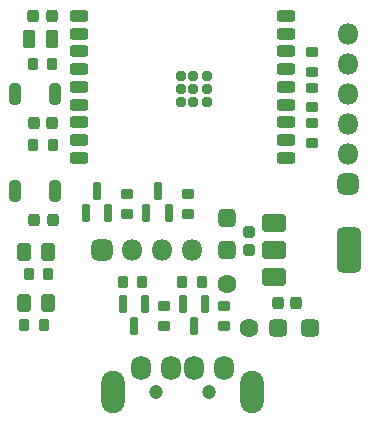
<source format=gts>
%TF.GenerationSoftware,KiCad,Pcbnew,(6.0.0)*%
%TF.CreationDate,2022-09-20T12:46:11+03:00*%
%TF.ProjectId,Haier_module,48616965-725f-46d6-9f64-756c652e6b69,rev?*%
%TF.SameCoordinates,Original*%
%TF.FileFunction,Soldermask,Top*%
%TF.FilePolarity,Negative*%
%FSLAX46Y46*%
G04 Gerber Fmt 4.6, Leading zero omitted, Abs format (unit mm)*
G04 Created by KiCad (PCBNEW (6.0.0)) date 2022-09-20 12:46:11*
%MOMM*%
%LPD*%
G01*
G04 APERTURE LIST*
G04 Aperture macros list*
%AMRoundRect*
0 Rectangle with rounded corners*
0 $1 Rounding radius*
0 $2 $3 $4 $5 $6 $7 $8 $9 X,Y pos of 4 corners*
0 Add a 4 corners polygon primitive as box body*
4,1,4,$2,$3,$4,$5,$6,$7,$8,$9,$2,$3,0*
0 Add four circle primitives for the rounded corners*
1,1,$1+$1,$2,$3*
1,1,$1+$1,$4,$5*
1,1,$1+$1,$6,$7*
1,1,$1+$1,$8,$9*
0 Add four rect primitives between the rounded corners*
20,1,$1+$1,$2,$3,$4,$5,0*
20,1,$1+$1,$4,$5,$6,$7,0*
20,1,$1+$1,$6,$7,$8,$9,0*
20,1,$1+$1,$8,$9,$2,$3,0*%
G04 Aperture macros list end*
%ADD10RoundRect,0.300000X0.250000X0.475000X-0.250000X0.475000X-0.250000X-0.475000X0.250000X-0.475000X0*%
%ADD11C,1.600000*%
%ADD12RoundRect,0.275000X0.225000X0.250000X-0.225000X0.250000X-0.225000X-0.250000X0.225000X-0.250000X0*%
%ADD13RoundRect,0.250000X0.200000X0.275000X-0.200000X0.275000X-0.200000X-0.275000X0.200000X-0.275000X0*%
%ADD14RoundRect,0.275000X0.225000X0.625000X-0.225000X0.625000X-0.225000X-0.625000X0.225000X-0.625000X0*%
%ADD15RoundRect,0.250000X-0.275000X0.200000X-0.275000X-0.200000X0.275000X-0.200000X0.275000X0.200000X0*%
%ADD16C,1.200000*%
%ADD17O,1.700000X2.100000*%
%ADD18O,2.000000X3.600000*%
%ADD19RoundRect,0.300000X-0.450000X-0.425000X0.450000X-0.425000X0.450000X0.425000X-0.450000X0.425000X0*%
%ADD20RoundRect,0.250000X0.275000X-0.200000X0.275000X0.200000X-0.275000X0.200000X-0.275000X-0.200000X0*%
%ADD21RoundRect,0.275000X-0.225000X-0.250000X0.225000X-0.250000X0.225000X0.250000X-0.225000X0.250000X0*%
%ADD22RoundRect,0.425000X-0.625000X-0.375000X0.625000X-0.375000X0.625000X0.375000X-0.625000X0.375000X0*%
%ADD23RoundRect,0.550000X-0.500000X-1.400000X0.500000X-1.400000X0.500000X1.400000X-0.500000X1.400000X0*%
%ADD24RoundRect,0.300000X0.325000X0.450000X-0.325000X0.450000X-0.325000X-0.450000X0.325000X-0.450000X0*%
%ADD25RoundRect,0.475000X0.425000X0.425000X-0.425000X0.425000X-0.425000X-0.425000X0.425000X-0.425000X0*%
%ADD26O,1.800000X1.800000*%
%ADD27RoundRect,0.275000X-0.525000X-0.225000X0.525000X-0.225000X0.525000X0.225000X-0.525000X0.225000X0*%
%ADD28RoundRect,0.225000X0.175000X0.175000X-0.175000X0.175000X-0.175000X-0.175000X0.175000X-0.175000X0*%
%ADD29RoundRect,0.200000X0.150000X-0.587500X0.150000X0.587500X-0.150000X0.587500X-0.150000X-0.587500X0*%
%ADD30RoundRect,0.275000X0.250000X-0.225000X0.250000X0.225000X-0.250000X0.225000X-0.250000X-0.225000X0*%
%ADD31RoundRect,0.200000X-0.150000X0.587500X-0.150000X-0.587500X0.150000X-0.587500X0.150000X0.587500X0*%
%ADD32RoundRect,0.475000X0.425000X-0.425000X0.425000X0.425000X-0.425000X0.425000X-0.425000X-0.425000X0*%
%ADD33RoundRect,0.300000X0.425000X-0.450000X0.425000X0.450000X-0.425000X0.450000X-0.425000X-0.450000X0*%
G04 APERTURE END LIST*
D10*
%TO.C,C7*%
X90438600Y-93000000D03*
X88538600Y-93000000D03*
%TD*%
D11*
%TO.C,TP2*%
X105250000Y-113750000D03*
%TD*%
D12*
%TO.C,C3*%
X90513600Y-108400000D03*
X88963600Y-108400000D03*
%TD*%
D13*
%TO.C,R12*%
X89738600Y-117250000D03*
X88088600Y-117250000D03*
%TD*%
D14*
%TO.C,PB2*%
X90700000Y-97675000D03*
X87300000Y-97675000D03*
%TD*%
D15*
%TO.C,R4*%
X102000000Y-106175000D03*
X102000000Y-107825000D03*
%TD*%
D16*
%TO.C,XT1*%
X99250000Y-122900000D03*
X103750000Y-122900000D03*
D17*
X105000000Y-120900000D03*
X102500000Y-120900000D03*
X100500000Y-120900000D03*
X98000000Y-120900000D03*
D18*
X95650000Y-122900000D03*
X107350000Y-122900000D03*
%TD*%
D19*
%TO.C,C1*%
X109575000Y-117500000D03*
X112275000Y-117500000D03*
%TD*%
D20*
%TO.C,R2*%
X112500000Y-101825000D03*
X112500000Y-100175000D03*
%TD*%
D13*
%TO.C,R9*%
X90488600Y-95175000D03*
X88838600Y-95175000D03*
%TD*%
D21*
%TO.C,C6*%
X88938600Y-100150000D03*
X90488600Y-100150000D03*
%TD*%
D15*
%TO.C,R10*%
X112500000Y-94175000D03*
X112500000Y-95825000D03*
%TD*%
D14*
%TO.C,PB1*%
X90700000Y-105875000D03*
X87300000Y-105875000D03*
%TD*%
D22*
%TO.C,DA1*%
X109285907Y-108600000D03*
X109285907Y-110900000D03*
D23*
X115585907Y-110900000D03*
D22*
X109285907Y-113200000D03*
%TD*%
D15*
%TO.C,R3*%
X96825000Y-106175000D03*
X96825000Y-107825000D03*
%TD*%
D13*
%TO.C,R8*%
X103150000Y-113625000D03*
X101500000Y-113625000D03*
%TD*%
D24*
%TO.C,D1*%
X90139400Y-115417600D03*
X88089400Y-115417600D03*
%TD*%
D15*
%TO.C,R6*%
X105000000Y-115675000D03*
X105000000Y-117325000D03*
%TD*%
D13*
%TO.C,R11*%
X90538600Y-101975000D03*
X88888600Y-101975000D03*
%TD*%
D25*
%TO.C,XT2*%
X115500000Y-105350000D03*
D26*
X115500000Y-102810000D03*
X115500000Y-100270000D03*
X115500000Y-97730000D03*
X115500000Y-95190000D03*
X115500000Y-92650000D03*
%TD*%
D27*
%TO.C,A1*%
X92750000Y-91100000D03*
X92750000Y-92600000D03*
X92750000Y-94100000D03*
X92750000Y-95600000D03*
X92750000Y-97100000D03*
X92750000Y-98600000D03*
X92750000Y-100100000D03*
X92750000Y-101600000D03*
X92750000Y-103100000D03*
X110250000Y-103100000D03*
X110250000Y-101600000D03*
X110250000Y-100100000D03*
X110250000Y-98600000D03*
X110250000Y-97100000D03*
X110250000Y-95600000D03*
X110250000Y-94100000D03*
X110250000Y-92600000D03*
X110250000Y-91100000D03*
D28*
X102410000Y-98400000D03*
X103560000Y-96200000D03*
X102410000Y-96200000D03*
X101360000Y-98400000D03*
X103560000Y-98400000D03*
X101360000Y-96200000D03*
X103560000Y-97300000D03*
X101360000Y-97300000D03*
X102410000Y-97300000D03*
%TD*%
D15*
%TO.C,R5*%
X99940000Y-115675000D03*
X99940000Y-117325000D03*
%TD*%
D29*
%TO.C,VT1*%
X98450000Y-107762500D03*
X100350000Y-107762500D03*
X99400000Y-105887500D03*
%TD*%
D12*
%TO.C,C8*%
X90438600Y-91100000D03*
X88888600Y-91100000D03*
%TD*%
D13*
%TO.C,R13*%
X90138600Y-112928400D03*
X88488600Y-112928400D03*
%TD*%
%TO.C,R7*%
X98100000Y-113625000D03*
X96450000Y-113625000D03*
%TD*%
D24*
%TO.C,D2*%
X90139400Y-111048800D03*
X88089400Y-111048800D03*
%TD*%
D30*
%TO.C,C4*%
X107157107Y-110900000D03*
X107157107Y-109350000D03*
%TD*%
D31*
%TO.C,VT4*%
X103410000Y-115462500D03*
X101510000Y-115462500D03*
X102460000Y-117337500D03*
%TD*%
D32*
%TO.C,XT3*%
X94700000Y-110900000D03*
D26*
X97240000Y-110900000D03*
X99780000Y-110900000D03*
X102320000Y-110900000D03*
%TD*%
D11*
%TO.C,TP1*%
X107175000Y-117500000D03*
%TD*%
D20*
%TO.C,R1*%
X112500000Y-98825000D03*
X112500000Y-97175000D03*
%TD*%
D31*
%TO.C,VT3*%
X98350000Y-115462500D03*
X96450000Y-115462500D03*
X97400000Y-117337500D03*
%TD*%
D33*
%TO.C,C5*%
X105257107Y-110900000D03*
X105257107Y-108200000D03*
%TD*%
D29*
%TO.C,VT2*%
X93300000Y-107762500D03*
X95200000Y-107762500D03*
X94250000Y-105887500D03*
%TD*%
D21*
%TO.C,C2*%
X109575000Y-115417200D03*
X111125000Y-115417200D03*
%TD*%
M02*

</source>
